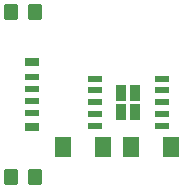
<source format=gbr>
%TF.GenerationSoftware,KiCad,Pcbnew,8.0.2*%
%TF.CreationDate,2024-12-05T16:11:26+05:30*%
%TF.ProjectId,USB PD,55534220-5044-42e6-9b69-6361645f7063,rev?*%
%TF.SameCoordinates,Original*%
%TF.FileFunction,Paste,Top*%
%TF.FilePolarity,Positive*%
%FSLAX46Y46*%
G04 Gerber Fmt 4.6, Leading zero omitted, Abs format (unit mm)*
G04 Created by KiCad (PCBNEW 8.0.2) date 2024-12-05 16:11:26*
%MOMM*%
%LPD*%
G01*
G04 APERTURE LIST*
G04 Aperture macros list*
%AMRoundRect*
0 Rectangle with rounded corners*
0 $1 Rounding radius*
0 $2 $3 $4 $5 $6 $7 $8 $9 X,Y pos of 4 corners*
0 Add a 4 corners polygon primitive as box body*
4,1,4,$2,$3,$4,$5,$6,$7,$8,$9,$2,$3,0*
0 Add four circle primitives for the rounded corners*
1,1,$1+$1,$2,$3*
1,1,$1+$1,$4,$5*
1,1,$1+$1,$6,$7*
1,1,$1+$1,$8,$9*
0 Add four rect primitives between the rounded corners*
20,1,$1+$1,$2,$3,$4,$5,0*
20,1,$1+$1,$4,$5,$6,$7,0*
20,1,$1+$1,$6,$7,$8,$9,0*
20,1,$1+$1,$8,$9,$2,$3,0*%
G04 Aperture macros list end*
%ADD10R,1.200000X0.590000*%
%ADD11R,1.200000X0.800000*%
%ADD12R,1.200000X0.500000*%
%ADD13R,0.950000X1.400000*%
%ADD14RoundRect,0.250000X-0.350000X-0.450000X0.350000X-0.450000X0.350000X0.450000X-0.350000X0.450000X0*%
%ADD15R,1.400000X1.700000*%
G04 APERTURE END LIST*
D10*
%TO.C,J1*%
X89657500Y-90305000D03*
X89657500Y-92325000D03*
D11*
X89657500Y-93555000D03*
D10*
X89657500Y-91305000D03*
X89657500Y-89285000D03*
D11*
X89657500Y-88055000D03*
%TD*%
D12*
%TO.C,U1*%
X94940000Y-93440000D03*
X94940000Y-92440000D03*
X94940000Y-91440000D03*
X94940000Y-90440000D03*
X94940000Y-89440000D03*
X100640000Y-89440000D03*
X100640000Y-90440000D03*
X100640000Y-91440000D03*
X100640000Y-92440000D03*
X100640000Y-93440000D03*
D13*
X97215000Y-90640000D03*
X97215000Y-92240000D03*
X98365000Y-90640000D03*
X98365000Y-92240000D03*
%TD*%
D14*
%TO.C,R3*%
X87900000Y-97790000D03*
X89900000Y-97790000D03*
%TD*%
%TO.C,R2*%
X87900000Y-83820000D03*
X89900000Y-83820000D03*
%TD*%
D15*
%TO.C,R1*%
X92280000Y-95250000D03*
X95680000Y-95250000D03*
%TD*%
%TO.C,C1*%
X101395000Y-95250000D03*
X97995000Y-95250000D03*
%TD*%
M02*

</source>
